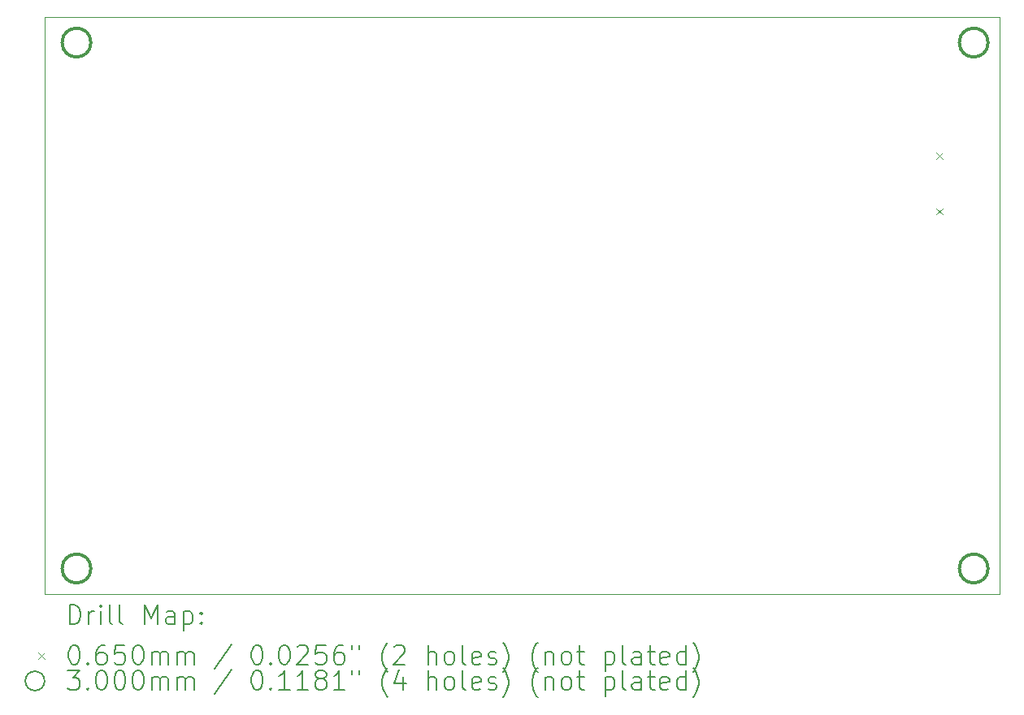
<source format=gbr>
%TF.GenerationSoftware,KiCad,Pcbnew,9.0.2*%
%TF.CreationDate,2025-09-26T20:13:04+02:00*%
%TF.ProjectId,TeslaBMBCheck,5465736c-6142-44d4-9243-6865636b2e6b,1.1*%
%TF.SameCoordinates,Original*%
%TF.FileFunction,Drillmap*%
%TF.FilePolarity,Positive*%
%FSLAX45Y45*%
G04 Gerber Fmt 4.5, Leading zero omitted, Abs format (unit mm)*
G04 Created by KiCad (PCBNEW 9.0.2) date 2025-09-26 20:13:04*
%MOMM*%
%LPD*%
G01*
G04 APERTURE LIST*
%ADD10C,0.050000*%
%ADD11C,0.200000*%
%ADD12C,0.100000*%
%ADD13C,0.300000*%
G04 APERTURE END LIST*
D10*
X7493000Y-10782300D02*
X7620000Y-10782300D01*
X7493000Y-10782300D02*
X7493000Y-4762500D01*
X7620000Y-4762500D02*
X17437100Y-4762500D01*
X7493000Y-4762500D02*
X7620000Y-4762500D01*
X17437100Y-10782300D02*
X7620000Y-10782300D01*
X17437100Y-4762500D02*
X17437100Y-10782300D01*
D11*
D12*
X16781700Y-6180900D02*
X16846700Y-6245900D01*
X16846700Y-6180900D02*
X16781700Y-6245900D01*
X16781700Y-6758900D02*
X16846700Y-6823900D01*
X16846700Y-6758900D02*
X16781700Y-6823900D01*
D13*
X7973200Y-5029200D02*
G75*
G02*
X7673200Y-5029200I-150000J0D01*
G01*
X7673200Y-5029200D02*
G75*
G02*
X7973200Y-5029200I150000J0D01*
G01*
X7973200Y-10515600D02*
G75*
G02*
X7673200Y-10515600I-150000J0D01*
G01*
X7673200Y-10515600D02*
G75*
G02*
X7973200Y-10515600I150000J0D01*
G01*
X17320400Y-5029200D02*
G75*
G02*
X17020400Y-5029200I-150000J0D01*
G01*
X17020400Y-5029200D02*
G75*
G02*
X17320400Y-5029200I150000J0D01*
G01*
X17320400Y-10515600D02*
G75*
G02*
X17020400Y-10515600I-150000J0D01*
G01*
X17020400Y-10515600D02*
G75*
G02*
X17320400Y-10515600I150000J0D01*
G01*
D11*
X7751277Y-11096284D02*
X7751277Y-10896284D01*
X7751277Y-10896284D02*
X7798896Y-10896284D01*
X7798896Y-10896284D02*
X7827467Y-10905808D01*
X7827467Y-10905808D02*
X7846515Y-10924855D01*
X7846515Y-10924855D02*
X7856039Y-10943903D01*
X7856039Y-10943903D02*
X7865562Y-10981998D01*
X7865562Y-10981998D02*
X7865562Y-11010570D01*
X7865562Y-11010570D02*
X7856039Y-11048665D01*
X7856039Y-11048665D02*
X7846515Y-11067712D01*
X7846515Y-11067712D02*
X7827467Y-11086760D01*
X7827467Y-11086760D02*
X7798896Y-11096284D01*
X7798896Y-11096284D02*
X7751277Y-11096284D01*
X7951277Y-11096284D02*
X7951277Y-10962950D01*
X7951277Y-11001046D02*
X7960801Y-10981998D01*
X7960801Y-10981998D02*
X7970324Y-10972474D01*
X7970324Y-10972474D02*
X7989372Y-10962950D01*
X7989372Y-10962950D02*
X8008420Y-10962950D01*
X8075086Y-11096284D02*
X8075086Y-10962950D01*
X8075086Y-10896284D02*
X8065562Y-10905808D01*
X8065562Y-10905808D02*
X8075086Y-10915331D01*
X8075086Y-10915331D02*
X8084610Y-10905808D01*
X8084610Y-10905808D02*
X8075086Y-10896284D01*
X8075086Y-10896284D02*
X8075086Y-10915331D01*
X8198896Y-11096284D02*
X8179848Y-11086760D01*
X8179848Y-11086760D02*
X8170324Y-11067712D01*
X8170324Y-11067712D02*
X8170324Y-10896284D01*
X8303658Y-11096284D02*
X8284610Y-11086760D01*
X8284610Y-11086760D02*
X8275086Y-11067712D01*
X8275086Y-11067712D02*
X8275086Y-10896284D01*
X8532229Y-11096284D02*
X8532229Y-10896284D01*
X8532229Y-10896284D02*
X8598896Y-11039141D01*
X8598896Y-11039141D02*
X8665563Y-10896284D01*
X8665563Y-10896284D02*
X8665563Y-11096284D01*
X8846515Y-11096284D02*
X8846515Y-10991522D01*
X8846515Y-10991522D02*
X8836991Y-10972474D01*
X8836991Y-10972474D02*
X8817944Y-10962950D01*
X8817944Y-10962950D02*
X8779848Y-10962950D01*
X8779848Y-10962950D02*
X8760801Y-10972474D01*
X8846515Y-11086760D02*
X8827467Y-11096284D01*
X8827467Y-11096284D02*
X8779848Y-11096284D01*
X8779848Y-11096284D02*
X8760801Y-11086760D01*
X8760801Y-11086760D02*
X8751277Y-11067712D01*
X8751277Y-11067712D02*
X8751277Y-11048665D01*
X8751277Y-11048665D02*
X8760801Y-11029617D01*
X8760801Y-11029617D02*
X8779848Y-11020093D01*
X8779848Y-11020093D02*
X8827467Y-11020093D01*
X8827467Y-11020093D02*
X8846515Y-11010570D01*
X8941753Y-10962950D02*
X8941753Y-11162950D01*
X8941753Y-10972474D02*
X8960801Y-10962950D01*
X8960801Y-10962950D02*
X8998896Y-10962950D01*
X8998896Y-10962950D02*
X9017944Y-10972474D01*
X9017944Y-10972474D02*
X9027467Y-10981998D01*
X9027467Y-10981998D02*
X9036991Y-11001046D01*
X9036991Y-11001046D02*
X9036991Y-11058189D01*
X9036991Y-11058189D02*
X9027467Y-11077236D01*
X9027467Y-11077236D02*
X9017944Y-11086760D01*
X9017944Y-11086760D02*
X8998896Y-11096284D01*
X8998896Y-11096284D02*
X8960801Y-11096284D01*
X8960801Y-11096284D02*
X8941753Y-11086760D01*
X9122705Y-11077236D02*
X9132229Y-11086760D01*
X9132229Y-11086760D02*
X9122705Y-11096284D01*
X9122705Y-11096284D02*
X9113182Y-11086760D01*
X9113182Y-11086760D02*
X9122705Y-11077236D01*
X9122705Y-11077236D02*
X9122705Y-11096284D01*
X9122705Y-10972474D02*
X9132229Y-10981998D01*
X9132229Y-10981998D02*
X9122705Y-10991522D01*
X9122705Y-10991522D02*
X9113182Y-10981998D01*
X9113182Y-10981998D02*
X9122705Y-10972474D01*
X9122705Y-10972474D02*
X9122705Y-10991522D01*
D12*
X7425500Y-11392300D02*
X7490500Y-11457300D01*
X7490500Y-11392300D02*
X7425500Y-11457300D01*
D11*
X7789372Y-11316284D02*
X7808420Y-11316284D01*
X7808420Y-11316284D02*
X7827467Y-11325808D01*
X7827467Y-11325808D02*
X7836991Y-11335331D01*
X7836991Y-11335331D02*
X7846515Y-11354379D01*
X7846515Y-11354379D02*
X7856039Y-11392474D01*
X7856039Y-11392474D02*
X7856039Y-11440093D01*
X7856039Y-11440093D02*
X7846515Y-11478188D01*
X7846515Y-11478188D02*
X7836991Y-11497236D01*
X7836991Y-11497236D02*
X7827467Y-11506760D01*
X7827467Y-11506760D02*
X7808420Y-11516284D01*
X7808420Y-11516284D02*
X7789372Y-11516284D01*
X7789372Y-11516284D02*
X7770324Y-11506760D01*
X7770324Y-11506760D02*
X7760801Y-11497236D01*
X7760801Y-11497236D02*
X7751277Y-11478188D01*
X7751277Y-11478188D02*
X7741753Y-11440093D01*
X7741753Y-11440093D02*
X7741753Y-11392474D01*
X7741753Y-11392474D02*
X7751277Y-11354379D01*
X7751277Y-11354379D02*
X7760801Y-11335331D01*
X7760801Y-11335331D02*
X7770324Y-11325808D01*
X7770324Y-11325808D02*
X7789372Y-11316284D01*
X7941753Y-11497236D02*
X7951277Y-11506760D01*
X7951277Y-11506760D02*
X7941753Y-11516284D01*
X7941753Y-11516284D02*
X7932229Y-11506760D01*
X7932229Y-11506760D02*
X7941753Y-11497236D01*
X7941753Y-11497236D02*
X7941753Y-11516284D01*
X8122705Y-11316284D02*
X8084610Y-11316284D01*
X8084610Y-11316284D02*
X8065562Y-11325808D01*
X8065562Y-11325808D02*
X8056039Y-11335331D01*
X8056039Y-11335331D02*
X8036991Y-11363903D01*
X8036991Y-11363903D02*
X8027467Y-11401998D01*
X8027467Y-11401998D02*
X8027467Y-11478188D01*
X8027467Y-11478188D02*
X8036991Y-11497236D01*
X8036991Y-11497236D02*
X8046515Y-11506760D01*
X8046515Y-11506760D02*
X8065562Y-11516284D01*
X8065562Y-11516284D02*
X8103658Y-11516284D01*
X8103658Y-11516284D02*
X8122705Y-11506760D01*
X8122705Y-11506760D02*
X8132229Y-11497236D01*
X8132229Y-11497236D02*
X8141753Y-11478188D01*
X8141753Y-11478188D02*
X8141753Y-11430569D01*
X8141753Y-11430569D02*
X8132229Y-11411522D01*
X8132229Y-11411522D02*
X8122705Y-11401998D01*
X8122705Y-11401998D02*
X8103658Y-11392474D01*
X8103658Y-11392474D02*
X8065562Y-11392474D01*
X8065562Y-11392474D02*
X8046515Y-11401998D01*
X8046515Y-11401998D02*
X8036991Y-11411522D01*
X8036991Y-11411522D02*
X8027467Y-11430569D01*
X8322705Y-11316284D02*
X8227467Y-11316284D01*
X8227467Y-11316284D02*
X8217943Y-11411522D01*
X8217943Y-11411522D02*
X8227467Y-11401998D01*
X8227467Y-11401998D02*
X8246515Y-11392474D01*
X8246515Y-11392474D02*
X8294134Y-11392474D01*
X8294134Y-11392474D02*
X8313182Y-11401998D01*
X8313182Y-11401998D02*
X8322705Y-11411522D01*
X8322705Y-11411522D02*
X8332229Y-11430569D01*
X8332229Y-11430569D02*
X8332229Y-11478188D01*
X8332229Y-11478188D02*
X8322705Y-11497236D01*
X8322705Y-11497236D02*
X8313182Y-11506760D01*
X8313182Y-11506760D02*
X8294134Y-11516284D01*
X8294134Y-11516284D02*
X8246515Y-11516284D01*
X8246515Y-11516284D02*
X8227467Y-11506760D01*
X8227467Y-11506760D02*
X8217943Y-11497236D01*
X8456039Y-11316284D02*
X8475086Y-11316284D01*
X8475086Y-11316284D02*
X8494134Y-11325808D01*
X8494134Y-11325808D02*
X8503658Y-11335331D01*
X8503658Y-11335331D02*
X8513182Y-11354379D01*
X8513182Y-11354379D02*
X8522705Y-11392474D01*
X8522705Y-11392474D02*
X8522705Y-11440093D01*
X8522705Y-11440093D02*
X8513182Y-11478188D01*
X8513182Y-11478188D02*
X8503658Y-11497236D01*
X8503658Y-11497236D02*
X8494134Y-11506760D01*
X8494134Y-11506760D02*
X8475086Y-11516284D01*
X8475086Y-11516284D02*
X8456039Y-11516284D01*
X8456039Y-11516284D02*
X8436991Y-11506760D01*
X8436991Y-11506760D02*
X8427467Y-11497236D01*
X8427467Y-11497236D02*
X8417944Y-11478188D01*
X8417944Y-11478188D02*
X8408420Y-11440093D01*
X8408420Y-11440093D02*
X8408420Y-11392474D01*
X8408420Y-11392474D02*
X8417944Y-11354379D01*
X8417944Y-11354379D02*
X8427467Y-11335331D01*
X8427467Y-11335331D02*
X8436991Y-11325808D01*
X8436991Y-11325808D02*
X8456039Y-11316284D01*
X8608420Y-11516284D02*
X8608420Y-11382950D01*
X8608420Y-11401998D02*
X8617944Y-11392474D01*
X8617944Y-11392474D02*
X8636991Y-11382950D01*
X8636991Y-11382950D02*
X8665563Y-11382950D01*
X8665563Y-11382950D02*
X8684610Y-11392474D01*
X8684610Y-11392474D02*
X8694134Y-11411522D01*
X8694134Y-11411522D02*
X8694134Y-11516284D01*
X8694134Y-11411522D02*
X8703658Y-11392474D01*
X8703658Y-11392474D02*
X8722705Y-11382950D01*
X8722705Y-11382950D02*
X8751277Y-11382950D01*
X8751277Y-11382950D02*
X8770325Y-11392474D01*
X8770325Y-11392474D02*
X8779848Y-11411522D01*
X8779848Y-11411522D02*
X8779848Y-11516284D01*
X8875086Y-11516284D02*
X8875086Y-11382950D01*
X8875086Y-11401998D02*
X8884610Y-11392474D01*
X8884610Y-11392474D02*
X8903658Y-11382950D01*
X8903658Y-11382950D02*
X8932229Y-11382950D01*
X8932229Y-11382950D02*
X8951277Y-11392474D01*
X8951277Y-11392474D02*
X8960801Y-11411522D01*
X8960801Y-11411522D02*
X8960801Y-11516284D01*
X8960801Y-11411522D02*
X8970325Y-11392474D01*
X8970325Y-11392474D02*
X8989372Y-11382950D01*
X8989372Y-11382950D02*
X9017944Y-11382950D01*
X9017944Y-11382950D02*
X9036991Y-11392474D01*
X9036991Y-11392474D02*
X9046515Y-11411522D01*
X9046515Y-11411522D02*
X9046515Y-11516284D01*
X9436991Y-11306760D02*
X9265563Y-11563903D01*
X9694134Y-11316284D02*
X9713182Y-11316284D01*
X9713182Y-11316284D02*
X9732229Y-11325808D01*
X9732229Y-11325808D02*
X9741753Y-11335331D01*
X9741753Y-11335331D02*
X9751277Y-11354379D01*
X9751277Y-11354379D02*
X9760801Y-11392474D01*
X9760801Y-11392474D02*
X9760801Y-11440093D01*
X9760801Y-11440093D02*
X9751277Y-11478188D01*
X9751277Y-11478188D02*
X9741753Y-11497236D01*
X9741753Y-11497236D02*
X9732229Y-11506760D01*
X9732229Y-11506760D02*
X9713182Y-11516284D01*
X9713182Y-11516284D02*
X9694134Y-11516284D01*
X9694134Y-11516284D02*
X9675087Y-11506760D01*
X9675087Y-11506760D02*
X9665563Y-11497236D01*
X9665563Y-11497236D02*
X9656039Y-11478188D01*
X9656039Y-11478188D02*
X9646515Y-11440093D01*
X9646515Y-11440093D02*
X9646515Y-11392474D01*
X9646515Y-11392474D02*
X9656039Y-11354379D01*
X9656039Y-11354379D02*
X9665563Y-11335331D01*
X9665563Y-11335331D02*
X9675087Y-11325808D01*
X9675087Y-11325808D02*
X9694134Y-11316284D01*
X9846515Y-11497236D02*
X9856039Y-11506760D01*
X9856039Y-11506760D02*
X9846515Y-11516284D01*
X9846515Y-11516284D02*
X9836991Y-11506760D01*
X9836991Y-11506760D02*
X9846515Y-11497236D01*
X9846515Y-11497236D02*
X9846515Y-11516284D01*
X9979848Y-11316284D02*
X9998896Y-11316284D01*
X9998896Y-11316284D02*
X10017944Y-11325808D01*
X10017944Y-11325808D02*
X10027468Y-11335331D01*
X10027468Y-11335331D02*
X10036991Y-11354379D01*
X10036991Y-11354379D02*
X10046515Y-11392474D01*
X10046515Y-11392474D02*
X10046515Y-11440093D01*
X10046515Y-11440093D02*
X10036991Y-11478188D01*
X10036991Y-11478188D02*
X10027468Y-11497236D01*
X10027468Y-11497236D02*
X10017944Y-11506760D01*
X10017944Y-11506760D02*
X9998896Y-11516284D01*
X9998896Y-11516284D02*
X9979848Y-11516284D01*
X9979848Y-11516284D02*
X9960801Y-11506760D01*
X9960801Y-11506760D02*
X9951277Y-11497236D01*
X9951277Y-11497236D02*
X9941753Y-11478188D01*
X9941753Y-11478188D02*
X9932229Y-11440093D01*
X9932229Y-11440093D02*
X9932229Y-11392474D01*
X9932229Y-11392474D02*
X9941753Y-11354379D01*
X9941753Y-11354379D02*
X9951277Y-11335331D01*
X9951277Y-11335331D02*
X9960801Y-11325808D01*
X9960801Y-11325808D02*
X9979848Y-11316284D01*
X10122706Y-11335331D02*
X10132229Y-11325808D01*
X10132229Y-11325808D02*
X10151277Y-11316284D01*
X10151277Y-11316284D02*
X10198896Y-11316284D01*
X10198896Y-11316284D02*
X10217944Y-11325808D01*
X10217944Y-11325808D02*
X10227468Y-11335331D01*
X10227468Y-11335331D02*
X10236991Y-11354379D01*
X10236991Y-11354379D02*
X10236991Y-11373427D01*
X10236991Y-11373427D02*
X10227468Y-11401998D01*
X10227468Y-11401998D02*
X10113182Y-11516284D01*
X10113182Y-11516284D02*
X10236991Y-11516284D01*
X10417944Y-11316284D02*
X10322706Y-11316284D01*
X10322706Y-11316284D02*
X10313182Y-11411522D01*
X10313182Y-11411522D02*
X10322706Y-11401998D01*
X10322706Y-11401998D02*
X10341753Y-11392474D01*
X10341753Y-11392474D02*
X10389372Y-11392474D01*
X10389372Y-11392474D02*
X10408420Y-11401998D01*
X10408420Y-11401998D02*
X10417944Y-11411522D01*
X10417944Y-11411522D02*
X10427468Y-11430569D01*
X10427468Y-11430569D02*
X10427468Y-11478188D01*
X10427468Y-11478188D02*
X10417944Y-11497236D01*
X10417944Y-11497236D02*
X10408420Y-11506760D01*
X10408420Y-11506760D02*
X10389372Y-11516284D01*
X10389372Y-11516284D02*
X10341753Y-11516284D01*
X10341753Y-11516284D02*
X10322706Y-11506760D01*
X10322706Y-11506760D02*
X10313182Y-11497236D01*
X10598896Y-11316284D02*
X10560801Y-11316284D01*
X10560801Y-11316284D02*
X10541753Y-11325808D01*
X10541753Y-11325808D02*
X10532229Y-11335331D01*
X10532229Y-11335331D02*
X10513182Y-11363903D01*
X10513182Y-11363903D02*
X10503658Y-11401998D01*
X10503658Y-11401998D02*
X10503658Y-11478188D01*
X10503658Y-11478188D02*
X10513182Y-11497236D01*
X10513182Y-11497236D02*
X10522706Y-11506760D01*
X10522706Y-11506760D02*
X10541753Y-11516284D01*
X10541753Y-11516284D02*
X10579849Y-11516284D01*
X10579849Y-11516284D02*
X10598896Y-11506760D01*
X10598896Y-11506760D02*
X10608420Y-11497236D01*
X10608420Y-11497236D02*
X10617944Y-11478188D01*
X10617944Y-11478188D02*
X10617944Y-11430569D01*
X10617944Y-11430569D02*
X10608420Y-11411522D01*
X10608420Y-11411522D02*
X10598896Y-11401998D01*
X10598896Y-11401998D02*
X10579849Y-11392474D01*
X10579849Y-11392474D02*
X10541753Y-11392474D01*
X10541753Y-11392474D02*
X10522706Y-11401998D01*
X10522706Y-11401998D02*
X10513182Y-11411522D01*
X10513182Y-11411522D02*
X10503658Y-11430569D01*
X10694134Y-11316284D02*
X10694134Y-11354379D01*
X10770325Y-11316284D02*
X10770325Y-11354379D01*
X11065563Y-11592474D02*
X11056039Y-11582950D01*
X11056039Y-11582950D02*
X11036991Y-11554379D01*
X11036991Y-11554379D02*
X11027468Y-11535331D01*
X11027468Y-11535331D02*
X11017944Y-11506760D01*
X11017944Y-11506760D02*
X11008420Y-11459141D01*
X11008420Y-11459141D02*
X11008420Y-11421046D01*
X11008420Y-11421046D02*
X11017944Y-11373427D01*
X11017944Y-11373427D02*
X11027468Y-11344855D01*
X11027468Y-11344855D02*
X11036991Y-11325808D01*
X11036991Y-11325808D02*
X11056039Y-11297236D01*
X11056039Y-11297236D02*
X11065563Y-11287712D01*
X11132230Y-11335331D02*
X11141753Y-11325808D01*
X11141753Y-11325808D02*
X11160801Y-11316284D01*
X11160801Y-11316284D02*
X11208420Y-11316284D01*
X11208420Y-11316284D02*
X11227468Y-11325808D01*
X11227468Y-11325808D02*
X11236991Y-11335331D01*
X11236991Y-11335331D02*
X11246515Y-11354379D01*
X11246515Y-11354379D02*
X11246515Y-11373427D01*
X11246515Y-11373427D02*
X11236991Y-11401998D01*
X11236991Y-11401998D02*
X11122706Y-11516284D01*
X11122706Y-11516284D02*
X11246515Y-11516284D01*
X11484610Y-11516284D02*
X11484610Y-11316284D01*
X11570325Y-11516284D02*
X11570325Y-11411522D01*
X11570325Y-11411522D02*
X11560801Y-11392474D01*
X11560801Y-11392474D02*
X11541753Y-11382950D01*
X11541753Y-11382950D02*
X11513182Y-11382950D01*
X11513182Y-11382950D02*
X11494134Y-11392474D01*
X11494134Y-11392474D02*
X11484610Y-11401998D01*
X11694134Y-11516284D02*
X11675087Y-11506760D01*
X11675087Y-11506760D02*
X11665563Y-11497236D01*
X11665563Y-11497236D02*
X11656039Y-11478188D01*
X11656039Y-11478188D02*
X11656039Y-11421046D01*
X11656039Y-11421046D02*
X11665563Y-11401998D01*
X11665563Y-11401998D02*
X11675087Y-11392474D01*
X11675087Y-11392474D02*
X11694134Y-11382950D01*
X11694134Y-11382950D02*
X11722706Y-11382950D01*
X11722706Y-11382950D02*
X11741753Y-11392474D01*
X11741753Y-11392474D02*
X11751277Y-11401998D01*
X11751277Y-11401998D02*
X11760801Y-11421046D01*
X11760801Y-11421046D02*
X11760801Y-11478188D01*
X11760801Y-11478188D02*
X11751277Y-11497236D01*
X11751277Y-11497236D02*
X11741753Y-11506760D01*
X11741753Y-11506760D02*
X11722706Y-11516284D01*
X11722706Y-11516284D02*
X11694134Y-11516284D01*
X11875087Y-11516284D02*
X11856039Y-11506760D01*
X11856039Y-11506760D02*
X11846515Y-11487712D01*
X11846515Y-11487712D02*
X11846515Y-11316284D01*
X12027468Y-11506760D02*
X12008420Y-11516284D01*
X12008420Y-11516284D02*
X11970325Y-11516284D01*
X11970325Y-11516284D02*
X11951277Y-11506760D01*
X11951277Y-11506760D02*
X11941753Y-11487712D01*
X11941753Y-11487712D02*
X11941753Y-11411522D01*
X11941753Y-11411522D02*
X11951277Y-11392474D01*
X11951277Y-11392474D02*
X11970325Y-11382950D01*
X11970325Y-11382950D02*
X12008420Y-11382950D01*
X12008420Y-11382950D02*
X12027468Y-11392474D01*
X12027468Y-11392474D02*
X12036991Y-11411522D01*
X12036991Y-11411522D02*
X12036991Y-11430569D01*
X12036991Y-11430569D02*
X11941753Y-11449617D01*
X12113182Y-11506760D02*
X12132230Y-11516284D01*
X12132230Y-11516284D02*
X12170325Y-11516284D01*
X12170325Y-11516284D02*
X12189372Y-11506760D01*
X12189372Y-11506760D02*
X12198896Y-11487712D01*
X12198896Y-11487712D02*
X12198896Y-11478188D01*
X12198896Y-11478188D02*
X12189372Y-11459141D01*
X12189372Y-11459141D02*
X12170325Y-11449617D01*
X12170325Y-11449617D02*
X12141753Y-11449617D01*
X12141753Y-11449617D02*
X12122706Y-11440093D01*
X12122706Y-11440093D02*
X12113182Y-11421046D01*
X12113182Y-11421046D02*
X12113182Y-11411522D01*
X12113182Y-11411522D02*
X12122706Y-11392474D01*
X12122706Y-11392474D02*
X12141753Y-11382950D01*
X12141753Y-11382950D02*
X12170325Y-11382950D01*
X12170325Y-11382950D02*
X12189372Y-11392474D01*
X12265563Y-11592474D02*
X12275087Y-11582950D01*
X12275087Y-11582950D02*
X12294134Y-11554379D01*
X12294134Y-11554379D02*
X12303658Y-11535331D01*
X12303658Y-11535331D02*
X12313182Y-11506760D01*
X12313182Y-11506760D02*
X12322706Y-11459141D01*
X12322706Y-11459141D02*
X12322706Y-11421046D01*
X12322706Y-11421046D02*
X12313182Y-11373427D01*
X12313182Y-11373427D02*
X12303658Y-11344855D01*
X12303658Y-11344855D02*
X12294134Y-11325808D01*
X12294134Y-11325808D02*
X12275087Y-11297236D01*
X12275087Y-11297236D02*
X12265563Y-11287712D01*
X12627468Y-11592474D02*
X12617944Y-11582950D01*
X12617944Y-11582950D02*
X12598896Y-11554379D01*
X12598896Y-11554379D02*
X12589372Y-11535331D01*
X12589372Y-11535331D02*
X12579849Y-11506760D01*
X12579849Y-11506760D02*
X12570325Y-11459141D01*
X12570325Y-11459141D02*
X12570325Y-11421046D01*
X12570325Y-11421046D02*
X12579849Y-11373427D01*
X12579849Y-11373427D02*
X12589372Y-11344855D01*
X12589372Y-11344855D02*
X12598896Y-11325808D01*
X12598896Y-11325808D02*
X12617944Y-11297236D01*
X12617944Y-11297236D02*
X12627468Y-11287712D01*
X12703658Y-11382950D02*
X12703658Y-11516284D01*
X12703658Y-11401998D02*
X12713182Y-11392474D01*
X12713182Y-11392474D02*
X12732230Y-11382950D01*
X12732230Y-11382950D02*
X12760801Y-11382950D01*
X12760801Y-11382950D02*
X12779849Y-11392474D01*
X12779849Y-11392474D02*
X12789372Y-11411522D01*
X12789372Y-11411522D02*
X12789372Y-11516284D01*
X12913182Y-11516284D02*
X12894134Y-11506760D01*
X12894134Y-11506760D02*
X12884611Y-11497236D01*
X12884611Y-11497236D02*
X12875087Y-11478188D01*
X12875087Y-11478188D02*
X12875087Y-11421046D01*
X12875087Y-11421046D02*
X12884611Y-11401998D01*
X12884611Y-11401998D02*
X12894134Y-11392474D01*
X12894134Y-11392474D02*
X12913182Y-11382950D01*
X12913182Y-11382950D02*
X12941753Y-11382950D01*
X12941753Y-11382950D02*
X12960801Y-11392474D01*
X12960801Y-11392474D02*
X12970325Y-11401998D01*
X12970325Y-11401998D02*
X12979849Y-11421046D01*
X12979849Y-11421046D02*
X12979849Y-11478188D01*
X12979849Y-11478188D02*
X12970325Y-11497236D01*
X12970325Y-11497236D02*
X12960801Y-11506760D01*
X12960801Y-11506760D02*
X12941753Y-11516284D01*
X12941753Y-11516284D02*
X12913182Y-11516284D01*
X13036992Y-11382950D02*
X13113182Y-11382950D01*
X13065563Y-11316284D02*
X13065563Y-11487712D01*
X13065563Y-11487712D02*
X13075087Y-11506760D01*
X13075087Y-11506760D02*
X13094134Y-11516284D01*
X13094134Y-11516284D02*
X13113182Y-11516284D01*
X13332230Y-11382950D02*
X13332230Y-11582950D01*
X13332230Y-11392474D02*
X13351277Y-11382950D01*
X13351277Y-11382950D02*
X13389373Y-11382950D01*
X13389373Y-11382950D02*
X13408420Y-11392474D01*
X13408420Y-11392474D02*
X13417944Y-11401998D01*
X13417944Y-11401998D02*
X13427468Y-11421046D01*
X13427468Y-11421046D02*
X13427468Y-11478188D01*
X13427468Y-11478188D02*
X13417944Y-11497236D01*
X13417944Y-11497236D02*
X13408420Y-11506760D01*
X13408420Y-11506760D02*
X13389373Y-11516284D01*
X13389373Y-11516284D02*
X13351277Y-11516284D01*
X13351277Y-11516284D02*
X13332230Y-11506760D01*
X13541753Y-11516284D02*
X13522706Y-11506760D01*
X13522706Y-11506760D02*
X13513182Y-11487712D01*
X13513182Y-11487712D02*
X13513182Y-11316284D01*
X13703658Y-11516284D02*
X13703658Y-11411522D01*
X13703658Y-11411522D02*
X13694134Y-11392474D01*
X13694134Y-11392474D02*
X13675087Y-11382950D01*
X13675087Y-11382950D02*
X13636992Y-11382950D01*
X13636992Y-11382950D02*
X13617944Y-11392474D01*
X13703658Y-11506760D02*
X13684611Y-11516284D01*
X13684611Y-11516284D02*
X13636992Y-11516284D01*
X13636992Y-11516284D02*
X13617944Y-11506760D01*
X13617944Y-11506760D02*
X13608420Y-11487712D01*
X13608420Y-11487712D02*
X13608420Y-11468665D01*
X13608420Y-11468665D02*
X13617944Y-11449617D01*
X13617944Y-11449617D02*
X13636992Y-11440093D01*
X13636992Y-11440093D02*
X13684611Y-11440093D01*
X13684611Y-11440093D02*
X13703658Y-11430569D01*
X13770325Y-11382950D02*
X13846515Y-11382950D01*
X13798896Y-11316284D02*
X13798896Y-11487712D01*
X13798896Y-11487712D02*
X13808420Y-11506760D01*
X13808420Y-11506760D02*
X13827468Y-11516284D01*
X13827468Y-11516284D02*
X13846515Y-11516284D01*
X13989373Y-11506760D02*
X13970325Y-11516284D01*
X13970325Y-11516284D02*
X13932230Y-11516284D01*
X13932230Y-11516284D02*
X13913182Y-11506760D01*
X13913182Y-11506760D02*
X13903658Y-11487712D01*
X13903658Y-11487712D02*
X13903658Y-11411522D01*
X13903658Y-11411522D02*
X13913182Y-11392474D01*
X13913182Y-11392474D02*
X13932230Y-11382950D01*
X13932230Y-11382950D02*
X13970325Y-11382950D01*
X13970325Y-11382950D02*
X13989373Y-11392474D01*
X13989373Y-11392474D02*
X13998896Y-11411522D01*
X13998896Y-11411522D02*
X13998896Y-11430569D01*
X13998896Y-11430569D02*
X13903658Y-11449617D01*
X14170325Y-11516284D02*
X14170325Y-11316284D01*
X14170325Y-11506760D02*
X14151277Y-11516284D01*
X14151277Y-11516284D02*
X14113182Y-11516284D01*
X14113182Y-11516284D02*
X14094134Y-11506760D01*
X14094134Y-11506760D02*
X14084611Y-11497236D01*
X14084611Y-11497236D02*
X14075087Y-11478188D01*
X14075087Y-11478188D02*
X14075087Y-11421046D01*
X14075087Y-11421046D02*
X14084611Y-11401998D01*
X14084611Y-11401998D02*
X14094134Y-11392474D01*
X14094134Y-11392474D02*
X14113182Y-11382950D01*
X14113182Y-11382950D02*
X14151277Y-11382950D01*
X14151277Y-11382950D02*
X14170325Y-11392474D01*
X14246515Y-11592474D02*
X14256039Y-11582950D01*
X14256039Y-11582950D02*
X14275087Y-11554379D01*
X14275087Y-11554379D02*
X14284611Y-11535331D01*
X14284611Y-11535331D02*
X14294134Y-11506760D01*
X14294134Y-11506760D02*
X14303658Y-11459141D01*
X14303658Y-11459141D02*
X14303658Y-11421046D01*
X14303658Y-11421046D02*
X14294134Y-11373427D01*
X14294134Y-11373427D02*
X14284611Y-11344855D01*
X14284611Y-11344855D02*
X14275087Y-11325808D01*
X14275087Y-11325808D02*
X14256039Y-11297236D01*
X14256039Y-11297236D02*
X14246515Y-11287712D01*
X7490500Y-11688800D02*
G75*
G02*
X7290500Y-11688800I-100000J0D01*
G01*
X7290500Y-11688800D02*
G75*
G02*
X7490500Y-11688800I100000J0D01*
G01*
X7732229Y-11580284D02*
X7856039Y-11580284D01*
X7856039Y-11580284D02*
X7789372Y-11656474D01*
X7789372Y-11656474D02*
X7817943Y-11656474D01*
X7817943Y-11656474D02*
X7836991Y-11665998D01*
X7836991Y-11665998D02*
X7846515Y-11675522D01*
X7846515Y-11675522D02*
X7856039Y-11694569D01*
X7856039Y-11694569D02*
X7856039Y-11742188D01*
X7856039Y-11742188D02*
X7846515Y-11761236D01*
X7846515Y-11761236D02*
X7836991Y-11770760D01*
X7836991Y-11770760D02*
X7817943Y-11780284D01*
X7817943Y-11780284D02*
X7760801Y-11780284D01*
X7760801Y-11780284D02*
X7741753Y-11770760D01*
X7741753Y-11770760D02*
X7732229Y-11761236D01*
X7941753Y-11761236D02*
X7951277Y-11770760D01*
X7951277Y-11770760D02*
X7941753Y-11780284D01*
X7941753Y-11780284D02*
X7932229Y-11770760D01*
X7932229Y-11770760D02*
X7941753Y-11761236D01*
X7941753Y-11761236D02*
X7941753Y-11780284D01*
X8075086Y-11580284D02*
X8094134Y-11580284D01*
X8094134Y-11580284D02*
X8113182Y-11589808D01*
X8113182Y-11589808D02*
X8122705Y-11599331D01*
X8122705Y-11599331D02*
X8132229Y-11618379D01*
X8132229Y-11618379D02*
X8141753Y-11656474D01*
X8141753Y-11656474D02*
X8141753Y-11704093D01*
X8141753Y-11704093D02*
X8132229Y-11742188D01*
X8132229Y-11742188D02*
X8122705Y-11761236D01*
X8122705Y-11761236D02*
X8113182Y-11770760D01*
X8113182Y-11770760D02*
X8094134Y-11780284D01*
X8094134Y-11780284D02*
X8075086Y-11780284D01*
X8075086Y-11780284D02*
X8056039Y-11770760D01*
X8056039Y-11770760D02*
X8046515Y-11761236D01*
X8046515Y-11761236D02*
X8036991Y-11742188D01*
X8036991Y-11742188D02*
X8027467Y-11704093D01*
X8027467Y-11704093D02*
X8027467Y-11656474D01*
X8027467Y-11656474D02*
X8036991Y-11618379D01*
X8036991Y-11618379D02*
X8046515Y-11599331D01*
X8046515Y-11599331D02*
X8056039Y-11589808D01*
X8056039Y-11589808D02*
X8075086Y-11580284D01*
X8265562Y-11580284D02*
X8284610Y-11580284D01*
X8284610Y-11580284D02*
X8303658Y-11589808D01*
X8303658Y-11589808D02*
X8313182Y-11599331D01*
X8313182Y-11599331D02*
X8322705Y-11618379D01*
X8322705Y-11618379D02*
X8332229Y-11656474D01*
X8332229Y-11656474D02*
X8332229Y-11704093D01*
X8332229Y-11704093D02*
X8322705Y-11742188D01*
X8322705Y-11742188D02*
X8313182Y-11761236D01*
X8313182Y-11761236D02*
X8303658Y-11770760D01*
X8303658Y-11770760D02*
X8284610Y-11780284D01*
X8284610Y-11780284D02*
X8265562Y-11780284D01*
X8265562Y-11780284D02*
X8246515Y-11770760D01*
X8246515Y-11770760D02*
X8236991Y-11761236D01*
X8236991Y-11761236D02*
X8227467Y-11742188D01*
X8227467Y-11742188D02*
X8217943Y-11704093D01*
X8217943Y-11704093D02*
X8217943Y-11656474D01*
X8217943Y-11656474D02*
X8227467Y-11618379D01*
X8227467Y-11618379D02*
X8236991Y-11599331D01*
X8236991Y-11599331D02*
X8246515Y-11589808D01*
X8246515Y-11589808D02*
X8265562Y-11580284D01*
X8456039Y-11580284D02*
X8475086Y-11580284D01*
X8475086Y-11580284D02*
X8494134Y-11589808D01*
X8494134Y-11589808D02*
X8503658Y-11599331D01*
X8503658Y-11599331D02*
X8513182Y-11618379D01*
X8513182Y-11618379D02*
X8522705Y-11656474D01*
X8522705Y-11656474D02*
X8522705Y-11704093D01*
X8522705Y-11704093D02*
X8513182Y-11742188D01*
X8513182Y-11742188D02*
X8503658Y-11761236D01*
X8503658Y-11761236D02*
X8494134Y-11770760D01*
X8494134Y-11770760D02*
X8475086Y-11780284D01*
X8475086Y-11780284D02*
X8456039Y-11780284D01*
X8456039Y-11780284D02*
X8436991Y-11770760D01*
X8436991Y-11770760D02*
X8427467Y-11761236D01*
X8427467Y-11761236D02*
X8417944Y-11742188D01*
X8417944Y-11742188D02*
X8408420Y-11704093D01*
X8408420Y-11704093D02*
X8408420Y-11656474D01*
X8408420Y-11656474D02*
X8417944Y-11618379D01*
X8417944Y-11618379D02*
X8427467Y-11599331D01*
X8427467Y-11599331D02*
X8436991Y-11589808D01*
X8436991Y-11589808D02*
X8456039Y-11580284D01*
X8608420Y-11780284D02*
X8608420Y-11646950D01*
X8608420Y-11665998D02*
X8617944Y-11656474D01*
X8617944Y-11656474D02*
X8636991Y-11646950D01*
X8636991Y-11646950D02*
X8665563Y-11646950D01*
X8665563Y-11646950D02*
X8684610Y-11656474D01*
X8684610Y-11656474D02*
X8694134Y-11675522D01*
X8694134Y-11675522D02*
X8694134Y-11780284D01*
X8694134Y-11675522D02*
X8703658Y-11656474D01*
X8703658Y-11656474D02*
X8722705Y-11646950D01*
X8722705Y-11646950D02*
X8751277Y-11646950D01*
X8751277Y-11646950D02*
X8770325Y-11656474D01*
X8770325Y-11656474D02*
X8779848Y-11675522D01*
X8779848Y-11675522D02*
X8779848Y-11780284D01*
X8875086Y-11780284D02*
X8875086Y-11646950D01*
X8875086Y-11665998D02*
X8884610Y-11656474D01*
X8884610Y-11656474D02*
X8903658Y-11646950D01*
X8903658Y-11646950D02*
X8932229Y-11646950D01*
X8932229Y-11646950D02*
X8951277Y-11656474D01*
X8951277Y-11656474D02*
X8960801Y-11675522D01*
X8960801Y-11675522D02*
X8960801Y-11780284D01*
X8960801Y-11675522D02*
X8970325Y-11656474D01*
X8970325Y-11656474D02*
X8989372Y-11646950D01*
X8989372Y-11646950D02*
X9017944Y-11646950D01*
X9017944Y-11646950D02*
X9036991Y-11656474D01*
X9036991Y-11656474D02*
X9046515Y-11675522D01*
X9046515Y-11675522D02*
X9046515Y-11780284D01*
X9436991Y-11570760D02*
X9265563Y-11827903D01*
X9694134Y-11580284D02*
X9713182Y-11580284D01*
X9713182Y-11580284D02*
X9732229Y-11589808D01*
X9732229Y-11589808D02*
X9741753Y-11599331D01*
X9741753Y-11599331D02*
X9751277Y-11618379D01*
X9751277Y-11618379D02*
X9760801Y-11656474D01*
X9760801Y-11656474D02*
X9760801Y-11704093D01*
X9760801Y-11704093D02*
X9751277Y-11742188D01*
X9751277Y-11742188D02*
X9741753Y-11761236D01*
X9741753Y-11761236D02*
X9732229Y-11770760D01*
X9732229Y-11770760D02*
X9713182Y-11780284D01*
X9713182Y-11780284D02*
X9694134Y-11780284D01*
X9694134Y-11780284D02*
X9675087Y-11770760D01*
X9675087Y-11770760D02*
X9665563Y-11761236D01*
X9665563Y-11761236D02*
X9656039Y-11742188D01*
X9656039Y-11742188D02*
X9646515Y-11704093D01*
X9646515Y-11704093D02*
X9646515Y-11656474D01*
X9646515Y-11656474D02*
X9656039Y-11618379D01*
X9656039Y-11618379D02*
X9665563Y-11599331D01*
X9665563Y-11599331D02*
X9675087Y-11589808D01*
X9675087Y-11589808D02*
X9694134Y-11580284D01*
X9846515Y-11761236D02*
X9856039Y-11770760D01*
X9856039Y-11770760D02*
X9846515Y-11780284D01*
X9846515Y-11780284D02*
X9836991Y-11770760D01*
X9836991Y-11770760D02*
X9846515Y-11761236D01*
X9846515Y-11761236D02*
X9846515Y-11780284D01*
X10046515Y-11780284D02*
X9932229Y-11780284D01*
X9989372Y-11780284D02*
X9989372Y-11580284D01*
X9989372Y-11580284D02*
X9970325Y-11608855D01*
X9970325Y-11608855D02*
X9951277Y-11627903D01*
X9951277Y-11627903D02*
X9932229Y-11637427D01*
X10236991Y-11780284D02*
X10122706Y-11780284D01*
X10179848Y-11780284D02*
X10179848Y-11580284D01*
X10179848Y-11580284D02*
X10160801Y-11608855D01*
X10160801Y-11608855D02*
X10141753Y-11627903D01*
X10141753Y-11627903D02*
X10122706Y-11637427D01*
X10351277Y-11665998D02*
X10332229Y-11656474D01*
X10332229Y-11656474D02*
X10322706Y-11646950D01*
X10322706Y-11646950D02*
X10313182Y-11627903D01*
X10313182Y-11627903D02*
X10313182Y-11618379D01*
X10313182Y-11618379D02*
X10322706Y-11599331D01*
X10322706Y-11599331D02*
X10332229Y-11589808D01*
X10332229Y-11589808D02*
X10351277Y-11580284D01*
X10351277Y-11580284D02*
X10389372Y-11580284D01*
X10389372Y-11580284D02*
X10408420Y-11589808D01*
X10408420Y-11589808D02*
X10417944Y-11599331D01*
X10417944Y-11599331D02*
X10427468Y-11618379D01*
X10427468Y-11618379D02*
X10427468Y-11627903D01*
X10427468Y-11627903D02*
X10417944Y-11646950D01*
X10417944Y-11646950D02*
X10408420Y-11656474D01*
X10408420Y-11656474D02*
X10389372Y-11665998D01*
X10389372Y-11665998D02*
X10351277Y-11665998D01*
X10351277Y-11665998D02*
X10332229Y-11675522D01*
X10332229Y-11675522D02*
X10322706Y-11685046D01*
X10322706Y-11685046D02*
X10313182Y-11704093D01*
X10313182Y-11704093D02*
X10313182Y-11742188D01*
X10313182Y-11742188D02*
X10322706Y-11761236D01*
X10322706Y-11761236D02*
X10332229Y-11770760D01*
X10332229Y-11770760D02*
X10351277Y-11780284D01*
X10351277Y-11780284D02*
X10389372Y-11780284D01*
X10389372Y-11780284D02*
X10408420Y-11770760D01*
X10408420Y-11770760D02*
X10417944Y-11761236D01*
X10417944Y-11761236D02*
X10427468Y-11742188D01*
X10427468Y-11742188D02*
X10427468Y-11704093D01*
X10427468Y-11704093D02*
X10417944Y-11685046D01*
X10417944Y-11685046D02*
X10408420Y-11675522D01*
X10408420Y-11675522D02*
X10389372Y-11665998D01*
X10617944Y-11780284D02*
X10503658Y-11780284D01*
X10560801Y-11780284D02*
X10560801Y-11580284D01*
X10560801Y-11580284D02*
X10541753Y-11608855D01*
X10541753Y-11608855D02*
X10522706Y-11627903D01*
X10522706Y-11627903D02*
X10503658Y-11637427D01*
X10694134Y-11580284D02*
X10694134Y-11618379D01*
X10770325Y-11580284D02*
X10770325Y-11618379D01*
X11065563Y-11856474D02*
X11056039Y-11846950D01*
X11056039Y-11846950D02*
X11036991Y-11818379D01*
X11036991Y-11818379D02*
X11027468Y-11799331D01*
X11027468Y-11799331D02*
X11017944Y-11770760D01*
X11017944Y-11770760D02*
X11008420Y-11723141D01*
X11008420Y-11723141D02*
X11008420Y-11685046D01*
X11008420Y-11685046D02*
X11017944Y-11637427D01*
X11017944Y-11637427D02*
X11027468Y-11608855D01*
X11027468Y-11608855D02*
X11036991Y-11589808D01*
X11036991Y-11589808D02*
X11056039Y-11561236D01*
X11056039Y-11561236D02*
X11065563Y-11551712D01*
X11227468Y-11646950D02*
X11227468Y-11780284D01*
X11179849Y-11570760D02*
X11132230Y-11713617D01*
X11132230Y-11713617D02*
X11256039Y-11713617D01*
X11484610Y-11780284D02*
X11484610Y-11580284D01*
X11570325Y-11780284D02*
X11570325Y-11675522D01*
X11570325Y-11675522D02*
X11560801Y-11656474D01*
X11560801Y-11656474D02*
X11541753Y-11646950D01*
X11541753Y-11646950D02*
X11513182Y-11646950D01*
X11513182Y-11646950D02*
X11494134Y-11656474D01*
X11494134Y-11656474D02*
X11484610Y-11665998D01*
X11694134Y-11780284D02*
X11675087Y-11770760D01*
X11675087Y-11770760D02*
X11665563Y-11761236D01*
X11665563Y-11761236D02*
X11656039Y-11742188D01*
X11656039Y-11742188D02*
X11656039Y-11685046D01*
X11656039Y-11685046D02*
X11665563Y-11665998D01*
X11665563Y-11665998D02*
X11675087Y-11656474D01*
X11675087Y-11656474D02*
X11694134Y-11646950D01*
X11694134Y-11646950D02*
X11722706Y-11646950D01*
X11722706Y-11646950D02*
X11741753Y-11656474D01*
X11741753Y-11656474D02*
X11751277Y-11665998D01*
X11751277Y-11665998D02*
X11760801Y-11685046D01*
X11760801Y-11685046D02*
X11760801Y-11742188D01*
X11760801Y-11742188D02*
X11751277Y-11761236D01*
X11751277Y-11761236D02*
X11741753Y-11770760D01*
X11741753Y-11770760D02*
X11722706Y-11780284D01*
X11722706Y-11780284D02*
X11694134Y-11780284D01*
X11875087Y-11780284D02*
X11856039Y-11770760D01*
X11856039Y-11770760D02*
X11846515Y-11751712D01*
X11846515Y-11751712D02*
X11846515Y-11580284D01*
X12027468Y-11770760D02*
X12008420Y-11780284D01*
X12008420Y-11780284D02*
X11970325Y-11780284D01*
X11970325Y-11780284D02*
X11951277Y-11770760D01*
X11951277Y-11770760D02*
X11941753Y-11751712D01*
X11941753Y-11751712D02*
X11941753Y-11675522D01*
X11941753Y-11675522D02*
X11951277Y-11656474D01*
X11951277Y-11656474D02*
X11970325Y-11646950D01*
X11970325Y-11646950D02*
X12008420Y-11646950D01*
X12008420Y-11646950D02*
X12027468Y-11656474D01*
X12027468Y-11656474D02*
X12036991Y-11675522D01*
X12036991Y-11675522D02*
X12036991Y-11694569D01*
X12036991Y-11694569D02*
X11941753Y-11713617D01*
X12113182Y-11770760D02*
X12132230Y-11780284D01*
X12132230Y-11780284D02*
X12170325Y-11780284D01*
X12170325Y-11780284D02*
X12189372Y-11770760D01*
X12189372Y-11770760D02*
X12198896Y-11751712D01*
X12198896Y-11751712D02*
X12198896Y-11742188D01*
X12198896Y-11742188D02*
X12189372Y-11723141D01*
X12189372Y-11723141D02*
X12170325Y-11713617D01*
X12170325Y-11713617D02*
X12141753Y-11713617D01*
X12141753Y-11713617D02*
X12122706Y-11704093D01*
X12122706Y-11704093D02*
X12113182Y-11685046D01*
X12113182Y-11685046D02*
X12113182Y-11675522D01*
X12113182Y-11675522D02*
X12122706Y-11656474D01*
X12122706Y-11656474D02*
X12141753Y-11646950D01*
X12141753Y-11646950D02*
X12170325Y-11646950D01*
X12170325Y-11646950D02*
X12189372Y-11656474D01*
X12265563Y-11856474D02*
X12275087Y-11846950D01*
X12275087Y-11846950D02*
X12294134Y-11818379D01*
X12294134Y-11818379D02*
X12303658Y-11799331D01*
X12303658Y-11799331D02*
X12313182Y-11770760D01*
X12313182Y-11770760D02*
X12322706Y-11723141D01*
X12322706Y-11723141D02*
X12322706Y-11685046D01*
X12322706Y-11685046D02*
X12313182Y-11637427D01*
X12313182Y-11637427D02*
X12303658Y-11608855D01*
X12303658Y-11608855D02*
X12294134Y-11589808D01*
X12294134Y-11589808D02*
X12275087Y-11561236D01*
X12275087Y-11561236D02*
X12265563Y-11551712D01*
X12627468Y-11856474D02*
X12617944Y-11846950D01*
X12617944Y-11846950D02*
X12598896Y-11818379D01*
X12598896Y-11818379D02*
X12589372Y-11799331D01*
X12589372Y-11799331D02*
X12579849Y-11770760D01*
X12579849Y-11770760D02*
X12570325Y-11723141D01*
X12570325Y-11723141D02*
X12570325Y-11685046D01*
X12570325Y-11685046D02*
X12579849Y-11637427D01*
X12579849Y-11637427D02*
X12589372Y-11608855D01*
X12589372Y-11608855D02*
X12598896Y-11589808D01*
X12598896Y-11589808D02*
X12617944Y-11561236D01*
X12617944Y-11561236D02*
X12627468Y-11551712D01*
X12703658Y-11646950D02*
X12703658Y-11780284D01*
X12703658Y-11665998D02*
X12713182Y-11656474D01*
X12713182Y-11656474D02*
X12732230Y-11646950D01*
X12732230Y-11646950D02*
X12760801Y-11646950D01*
X12760801Y-11646950D02*
X12779849Y-11656474D01*
X12779849Y-11656474D02*
X12789372Y-11675522D01*
X12789372Y-11675522D02*
X12789372Y-11780284D01*
X12913182Y-11780284D02*
X12894134Y-11770760D01*
X12894134Y-11770760D02*
X12884611Y-11761236D01*
X12884611Y-11761236D02*
X12875087Y-11742188D01*
X12875087Y-11742188D02*
X12875087Y-11685046D01*
X12875087Y-11685046D02*
X12884611Y-11665998D01*
X12884611Y-11665998D02*
X12894134Y-11656474D01*
X12894134Y-11656474D02*
X12913182Y-11646950D01*
X12913182Y-11646950D02*
X12941753Y-11646950D01*
X12941753Y-11646950D02*
X12960801Y-11656474D01*
X12960801Y-11656474D02*
X12970325Y-11665998D01*
X12970325Y-11665998D02*
X12979849Y-11685046D01*
X12979849Y-11685046D02*
X12979849Y-11742188D01*
X12979849Y-11742188D02*
X12970325Y-11761236D01*
X12970325Y-11761236D02*
X12960801Y-11770760D01*
X12960801Y-11770760D02*
X12941753Y-11780284D01*
X12941753Y-11780284D02*
X12913182Y-11780284D01*
X13036992Y-11646950D02*
X13113182Y-11646950D01*
X13065563Y-11580284D02*
X13065563Y-11751712D01*
X13065563Y-11751712D02*
X13075087Y-11770760D01*
X13075087Y-11770760D02*
X13094134Y-11780284D01*
X13094134Y-11780284D02*
X13113182Y-11780284D01*
X13332230Y-11646950D02*
X13332230Y-11846950D01*
X13332230Y-11656474D02*
X13351277Y-11646950D01*
X13351277Y-11646950D02*
X13389373Y-11646950D01*
X13389373Y-11646950D02*
X13408420Y-11656474D01*
X13408420Y-11656474D02*
X13417944Y-11665998D01*
X13417944Y-11665998D02*
X13427468Y-11685046D01*
X13427468Y-11685046D02*
X13427468Y-11742188D01*
X13427468Y-11742188D02*
X13417944Y-11761236D01*
X13417944Y-11761236D02*
X13408420Y-11770760D01*
X13408420Y-11770760D02*
X13389373Y-11780284D01*
X13389373Y-11780284D02*
X13351277Y-11780284D01*
X13351277Y-11780284D02*
X13332230Y-11770760D01*
X13541753Y-11780284D02*
X13522706Y-11770760D01*
X13522706Y-11770760D02*
X13513182Y-11751712D01*
X13513182Y-11751712D02*
X13513182Y-11580284D01*
X13703658Y-11780284D02*
X13703658Y-11675522D01*
X13703658Y-11675522D02*
X13694134Y-11656474D01*
X13694134Y-11656474D02*
X13675087Y-11646950D01*
X13675087Y-11646950D02*
X13636992Y-11646950D01*
X13636992Y-11646950D02*
X13617944Y-11656474D01*
X13703658Y-11770760D02*
X13684611Y-11780284D01*
X13684611Y-11780284D02*
X13636992Y-11780284D01*
X13636992Y-11780284D02*
X13617944Y-11770760D01*
X13617944Y-11770760D02*
X13608420Y-11751712D01*
X13608420Y-11751712D02*
X13608420Y-11732665D01*
X13608420Y-11732665D02*
X13617944Y-11713617D01*
X13617944Y-11713617D02*
X13636992Y-11704093D01*
X13636992Y-11704093D02*
X13684611Y-11704093D01*
X13684611Y-11704093D02*
X13703658Y-11694569D01*
X13770325Y-11646950D02*
X13846515Y-11646950D01*
X13798896Y-11580284D02*
X13798896Y-11751712D01*
X13798896Y-11751712D02*
X13808420Y-11770760D01*
X13808420Y-11770760D02*
X13827468Y-11780284D01*
X13827468Y-11780284D02*
X13846515Y-11780284D01*
X13989373Y-11770760D02*
X13970325Y-11780284D01*
X13970325Y-11780284D02*
X13932230Y-11780284D01*
X13932230Y-11780284D02*
X13913182Y-11770760D01*
X13913182Y-11770760D02*
X13903658Y-11751712D01*
X13903658Y-11751712D02*
X13903658Y-11675522D01*
X13903658Y-11675522D02*
X13913182Y-11656474D01*
X13913182Y-11656474D02*
X13932230Y-11646950D01*
X13932230Y-11646950D02*
X13970325Y-11646950D01*
X13970325Y-11646950D02*
X13989373Y-11656474D01*
X13989373Y-11656474D02*
X13998896Y-11675522D01*
X13998896Y-11675522D02*
X13998896Y-11694569D01*
X13998896Y-11694569D02*
X13903658Y-11713617D01*
X14170325Y-11780284D02*
X14170325Y-11580284D01*
X14170325Y-11770760D02*
X14151277Y-11780284D01*
X14151277Y-11780284D02*
X14113182Y-11780284D01*
X14113182Y-11780284D02*
X14094134Y-11770760D01*
X14094134Y-11770760D02*
X14084611Y-11761236D01*
X14084611Y-11761236D02*
X14075087Y-11742188D01*
X14075087Y-11742188D02*
X14075087Y-11685046D01*
X14075087Y-11685046D02*
X14084611Y-11665998D01*
X14084611Y-11665998D02*
X14094134Y-11656474D01*
X14094134Y-11656474D02*
X14113182Y-11646950D01*
X14113182Y-11646950D02*
X14151277Y-11646950D01*
X14151277Y-11646950D02*
X14170325Y-11656474D01*
X14246515Y-11856474D02*
X14256039Y-11846950D01*
X14256039Y-11846950D02*
X14275087Y-11818379D01*
X14275087Y-11818379D02*
X14284611Y-11799331D01*
X14284611Y-11799331D02*
X14294134Y-11770760D01*
X14294134Y-11770760D02*
X14303658Y-11723141D01*
X14303658Y-11723141D02*
X14303658Y-11685046D01*
X14303658Y-11685046D02*
X14294134Y-11637427D01*
X14294134Y-11637427D02*
X14284611Y-11608855D01*
X14284611Y-11608855D02*
X14275087Y-11589808D01*
X14275087Y-11589808D02*
X14256039Y-11561236D01*
X14256039Y-11561236D02*
X14246515Y-11551712D01*
M02*

</source>
